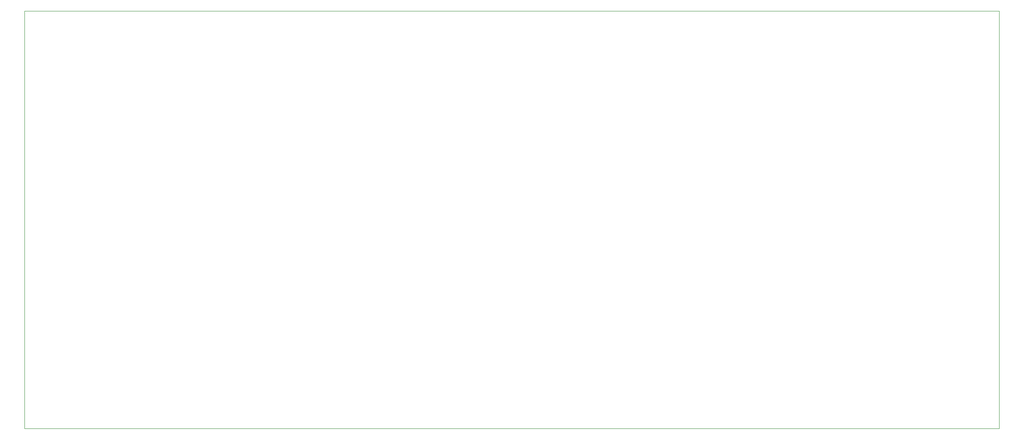
<source format=gbr>
%TF.GenerationSoftware,KiCad,Pcbnew,(5.1.10)-1*%
%TF.CreationDate,2021-06-21T21:07:17+02:00*%
%TF.ProjectId,Funk_v2,46756e6b-5f76-4322-9e6b-696361645f70,rev?*%
%TF.SameCoordinates,Original*%
%TF.FileFunction,Profile,NP*%
%FSLAX46Y46*%
G04 Gerber Fmt 4.6, Leading zero omitted, Abs format (unit mm)*
G04 Created by KiCad (PCBNEW (5.1.10)-1) date 2021-06-21 21:07:17*
%MOMM*%
%LPD*%
G01*
G04 APERTURE LIST*
%TA.AperFunction,Profile*%
%ADD10C,0.100000*%
%TD*%
G04 APERTURE END LIST*
D10*
X238760000Y-15240000D02*
X238760000Y-99060000D01*
X43180000Y-15240000D02*
X238760000Y-15240000D01*
X43180000Y-99060000D02*
X43180000Y-15240000D01*
X238760000Y-99060000D02*
X43180000Y-99060000D01*
M02*

</source>
